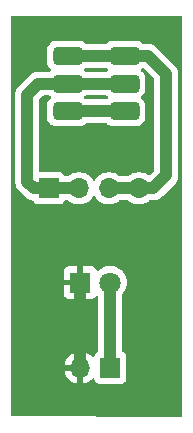
<source format=gbr>
%TF.GenerationSoftware,KiCad,Pcbnew,8.0.0-8.0.0-1~ubuntu22.04.1*%
%TF.CreationDate,2024-03-06T19:01:28-05:00*%
%TF.ProjectId,BantamOnOffSwitchGroup,42616e74-616d-44f6-9e4f-666653776974,rev?*%
%TF.SameCoordinates,Original*%
%TF.FileFunction,Copper,L2,Bot*%
%TF.FilePolarity,Positive*%
%FSLAX46Y46*%
G04 Gerber Fmt 4.6, Leading zero omitted, Abs format (unit mm)*
G04 Created by KiCad (PCBNEW 8.0.0-8.0.0-1~ubuntu22.04.1) date 2024-03-06 19:01:28*
%MOMM*%
%LPD*%
G01*
G04 APERTURE LIST*
G04 Aperture macros list*
%AMRoundRect*
0 Rectangle with rounded corners*
0 $1 Rounding radius*
0 $2 $3 $4 $5 $6 $7 $8 $9 X,Y pos of 4 corners*
0 Add a 4 corners polygon primitive as box body*
4,1,4,$2,$3,$4,$5,$6,$7,$8,$9,$2,$3,0*
0 Add four circle primitives for the rounded corners*
1,1,$1+$1,$2,$3*
1,1,$1+$1,$4,$5*
1,1,$1+$1,$6,$7*
1,1,$1+$1,$8,$9*
0 Add four rect primitives between the rounded corners*
20,1,$1+$1,$2,$3,$4,$5,0*
20,1,$1+$1,$4,$5,$6,$7,0*
20,1,$1+$1,$6,$7,$8,$9,0*
20,1,$1+$1,$8,$9,$2,$3,0*%
G04 Aperture macros list end*
%TA.AperFunction,ComponentPad*%
%ADD10R,1.700000X1.700000*%
%TD*%
%TA.AperFunction,ComponentPad*%
%ADD11O,1.700000X1.700000*%
%TD*%
%TA.AperFunction,ComponentPad*%
%ADD12R,1.800000X1.800000*%
%TD*%
%TA.AperFunction,ComponentPad*%
%ADD13C,1.800000*%
%TD*%
%TA.AperFunction,ComponentPad*%
%ADD14RoundRect,0.381000X-0.881000X-0.381000X0.881000X-0.381000X0.881000X0.381000X-0.881000X0.381000X0*%
%TD*%
%TA.AperFunction,Conductor*%
%ADD15C,1.000000*%
%TD*%
G04 APERTURE END LIST*
D10*
%TO.P,J2,1,Pin_1*%
%TO.N,Net-(J2-Pad1)*%
X143200000Y-98400000D03*
D11*
%TO.P,J2,2,Pin_2*%
X145740000Y-98400000D03*
%TO.P,J2,3,Pin_3*%
%TO.N,Net-(J2-Pad3)*%
X148280000Y-98400000D03*
%TO.P,J2,4,Pin_4*%
X150820000Y-98400000D03*
%TD*%
D12*
%TO.P,D1,1,K*%
%TO.N,Net-(D1-Pad1)*%
X145860000Y-106384500D03*
D13*
%TO.P,D1,2,A*%
%TO.N,Net-(D1-Pad2)*%
X148400000Y-106384500D03*
%TD*%
D10*
%TO.P,J1,1,Pin_1*%
%TO.N,Net-(D1-Pad2)*%
X148400000Y-113600000D03*
D11*
%TO.P,J1,2,Pin_2*%
%TO.N,Net-(D1-Pad1)*%
X145860000Y-113600000D03*
%TD*%
D14*
%TO.P,SW1,1,A*%
%TO.N,Net-(J2-Pad3)*%
X144780000Y-87185500D03*
%TO.P,SW1,2,B*%
%TO.N,Net-(J2-Pad1)*%
X144780000Y-89535000D03*
%TO.P,SW1,3,C*%
%TO.N,Net-(SW1-Pad3)*%
X144780000Y-91884500D03*
%TO.P,SW1,4,A*%
%TO.N,Net-(J2-Pad3)*%
X149606000Y-87185500D03*
%TO.P,SW1,5,B*%
%TO.N,Net-(J2-Pad1)*%
X149606000Y-89535000D03*
%TO.P,SW1,6,C*%
%TO.N,Net-(SW1-Pad3)*%
X149606000Y-91884500D03*
%TD*%
D15*
%TO.N,Net-(D1-Pad1)*%
X145860000Y-106384500D02*
X145860000Y-113600000D01*
%TO.N,Net-(D1-Pad2)*%
X148400000Y-106384500D02*
X148400000Y-113600000D01*
%TO.N,Net-(J2-Pad1)*%
X143200000Y-98400000D02*
X145740000Y-98400000D01*
X144780000Y-89535000D02*
X142315000Y-89535000D01*
X141350000Y-97850000D02*
X141900000Y-98400000D01*
X142315000Y-89535000D02*
X141350000Y-90500000D01*
X149606000Y-89535000D02*
X144780000Y-89535000D01*
X141350000Y-90500000D02*
X141350000Y-97850000D01*
X141900000Y-98400000D02*
X143200000Y-98400000D01*
%TO.N,Net-(J2-Pad3)*%
X151585500Y-87185500D02*
X153150000Y-88750000D01*
X153150000Y-88750000D02*
X153150000Y-97300000D01*
X153150000Y-97300000D02*
X152050000Y-98400000D01*
X152050000Y-98400000D02*
X150820000Y-98400000D01*
X144780000Y-87185500D02*
X149606000Y-87185500D01*
X148280000Y-98400000D02*
X150820000Y-98400000D01*
X149606000Y-87185500D02*
X151585500Y-87185500D01*
%TO.N,Net-(SW1-Pad3)*%
X144780000Y-91884500D02*
X149606000Y-91884500D01*
%TD*%
%TA.AperFunction,Conductor*%
%TO.N,Net-(D1-Pad1)*%
G36*
X154443039Y-83819685D02*
G01*
X154488794Y-83872489D01*
X154500000Y-83924000D01*
X154500000Y-117625401D01*
X154480315Y-117692440D01*
X154427511Y-117738195D01*
X154375574Y-117749400D01*
X140123392Y-117700424D01*
X140056420Y-117680509D01*
X140010847Y-117627549D01*
X139999818Y-117576608D01*
X139995877Y-114900888D01*
X139984731Y-107332344D01*
X144460000Y-107332344D01*
X144466401Y-107391872D01*
X144466403Y-107391879D01*
X144516645Y-107526586D01*
X144516649Y-107526593D01*
X144602809Y-107641687D01*
X144602812Y-107641690D01*
X144717906Y-107727850D01*
X144717913Y-107727854D01*
X144852620Y-107778096D01*
X144852627Y-107778098D01*
X144912155Y-107784499D01*
X144912172Y-107784500D01*
X145610000Y-107784500D01*
X145610000Y-106759777D01*
X145686306Y-106803833D01*
X145800756Y-106834500D01*
X145919244Y-106834500D01*
X146033694Y-106803833D01*
X146110000Y-106759777D01*
X146110000Y-107784500D01*
X146807828Y-107784500D01*
X146807844Y-107784499D01*
X146867372Y-107778098D01*
X146867379Y-107778096D01*
X147002086Y-107727854D01*
X147002093Y-107727850D01*
X147117186Y-107641690D01*
X147168233Y-107573502D01*
X147224167Y-107531631D01*
X147293859Y-107526647D01*
X147355182Y-107560132D01*
X147388666Y-107621456D01*
X147391500Y-107647813D01*
X147391500Y-112180304D01*
X147371815Y-112247343D01*
X147319011Y-112293098D01*
X147310842Y-112296482D01*
X147308041Y-112297527D01*
X147303795Y-112299111D01*
X147186739Y-112386739D01*
X147099111Y-112503795D01*
X147050777Y-112633381D01*
X147008905Y-112689314D01*
X146943441Y-112713730D01*
X146875168Y-112698878D01*
X146846915Y-112677727D01*
X146731082Y-112561894D01*
X146537578Y-112426399D01*
X146323492Y-112326570D01*
X146323486Y-112326567D01*
X146110000Y-112269364D01*
X146110000Y-113166988D01*
X146052993Y-113134075D01*
X145925826Y-113100000D01*
X145794174Y-113100000D01*
X145667007Y-113134075D01*
X145610000Y-113166988D01*
X145610000Y-112269364D01*
X145609999Y-112269364D01*
X145396513Y-112326567D01*
X145396507Y-112326570D01*
X145182422Y-112426399D01*
X145182420Y-112426400D01*
X144988926Y-112561886D01*
X144988920Y-112561891D01*
X144821891Y-112728920D01*
X144821886Y-112728926D01*
X144686400Y-112922420D01*
X144686399Y-112922422D01*
X144586570Y-113136507D01*
X144586567Y-113136513D01*
X144529364Y-113349999D01*
X144529364Y-113350000D01*
X145426988Y-113350000D01*
X145394075Y-113407007D01*
X145360000Y-113534174D01*
X145360000Y-113665826D01*
X145394075Y-113792993D01*
X145426988Y-113850000D01*
X144529364Y-113850000D01*
X144586567Y-114063486D01*
X144586570Y-114063492D01*
X144686399Y-114277578D01*
X144821894Y-114471082D01*
X144988917Y-114638105D01*
X145182421Y-114773600D01*
X145396507Y-114873429D01*
X145396516Y-114873433D01*
X145610000Y-114930634D01*
X145610000Y-114033012D01*
X145667007Y-114065925D01*
X145794174Y-114100000D01*
X145925826Y-114100000D01*
X146052993Y-114065925D01*
X146110000Y-114033012D01*
X146110000Y-114930633D01*
X146323483Y-114873433D01*
X146323492Y-114873429D01*
X146537578Y-114773600D01*
X146731078Y-114638108D01*
X146846914Y-114522272D01*
X146908237Y-114488787D01*
X146977929Y-114493771D01*
X147033863Y-114535642D01*
X147050777Y-114566619D01*
X147099110Y-114696203D01*
X147099111Y-114696204D01*
X147186739Y-114813261D01*
X147303796Y-114900889D01*
X147440799Y-114951989D01*
X147468050Y-114954918D01*
X147501345Y-114958499D01*
X147501362Y-114958500D01*
X149298638Y-114958500D01*
X149298654Y-114958499D01*
X149325692Y-114955591D01*
X149359201Y-114951989D01*
X149496204Y-114900889D01*
X149613261Y-114813261D01*
X149700889Y-114696204D01*
X149751989Y-114559201D01*
X149755959Y-114522272D01*
X149758499Y-114498654D01*
X149758500Y-114498637D01*
X149758500Y-112701362D01*
X149758499Y-112701345D01*
X149755157Y-112670270D01*
X149751989Y-112640799D01*
X149749222Y-112633381D01*
X149722559Y-112561894D01*
X149700889Y-112503796D01*
X149613261Y-112386739D01*
X149496204Y-112299111D01*
X149496205Y-112299111D01*
X149491958Y-112297527D01*
X149489162Y-112296484D01*
X149433231Y-112254612D01*
X149408816Y-112189147D01*
X149408500Y-112180304D01*
X149408500Y-107416997D01*
X149428185Y-107349958D01*
X149441263Y-107333022D01*
X149515314Y-107252583D01*
X149642984Y-107057169D01*
X149736749Y-106843407D01*
X149794051Y-106617126D01*
X149813327Y-106384500D01*
X149794051Y-106151874D01*
X149736749Y-105925593D01*
X149642984Y-105711831D01*
X149515314Y-105516417D01*
X149515313Y-105516415D01*
X149357223Y-105344685D01*
X149357222Y-105344684D01*
X149357220Y-105344682D01*
X149173017Y-105201310D01*
X149173015Y-105201309D01*
X149173014Y-105201308D01*
X149173011Y-105201306D01*
X148967733Y-105090216D01*
X148967730Y-105090215D01*
X148967727Y-105090213D01*
X148967721Y-105090211D01*
X148967719Y-105090210D01*
X148746954Y-105014420D01*
X148567650Y-104984500D01*
X148516712Y-104976000D01*
X148283288Y-104976000D01*
X148237240Y-104983684D01*
X148053045Y-105014420D01*
X147832280Y-105090210D01*
X147832266Y-105090216D01*
X147626988Y-105201306D01*
X147626985Y-105201308D01*
X147442781Y-105344681D01*
X147442776Y-105344685D01*
X147436346Y-105351670D01*
X147376457Y-105387657D01*
X147306619Y-105385552D01*
X147249005Y-105346024D01*
X147228940Y-105311013D01*
X147203355Y-105242415D01*
X147203350Y-105242406D01*
X147117190Y-105127312D01*
X147117187Y-105127309D01*
X147002093Y-105041149D01*
X147002086Y-105041145D01*
X146867379Y-104990903D01*
X146867372Y-104990901D01*
X146807844Y-104984500D01*
X146110000Y-104984500D01*
X146110000Y-106009222D01*
X146033694Y-105965167D01*
X145919244Y-105934500D01*
X145800756Y-105934500D01*
X145686306Y-105965167D01*
X145610000Y-106009222D01*
X145610000Y-104984500D01*
X144912155Y-104984500D01*
X144852627Y-104990901D01*
X144852620Y-104990903D01*
X144717913Y-105041145D01*
X144717906Y-105041149D01*
X144602812Y-105127309D01*
X144602809Y-105127312D01*
X144516649Y-105242406D01*
X144516645Y-105242413D01*
X144466403Y-105377120D01*
X144466401Y-105377127D01*
X144460000Y-105436655D01*
X144460000Y-106134500D01*
X145484722Y-106134500D01*
X145440667Y-106210806D01*
X145410000Y-106325256D01*
X145410000Y-106443744D01*
X145440667Y-106558194D01*
X145484722Y-106634500D01*
X144460000Y-106634500D01*
X144460000Y-107332344D01*
X139984731Y-107332344D01*
X139970912Y-97949333D01*
X140341500Y-97949333D01*
X140380254Y-98144161D01*
X140380257Y-98144173D01*
X140400781Y-98193721D01*
X140456277Y-98327700D01*
X140456282Y-98327710D01*
X140566646Y-98492880D01*
X140566649Y-98492884D01*
X141116647Y-99042881D01*
X141257119Y-99183353D01*
X141257120Y-99183354D01*
X141422289Y-99293717D01*
X141422295Y-99293720D01*
X141422296Y-99293721D01*
X141605831Y-99369744D01*
X141726731Y-99393792D01*
X141803842Y-99409131D01*
X141865753Y-99441516D01*
X141895832Y-99487412D01*
X141899111Y-99496205D01*
X141932784Y-99541186D01*
X141986739Y-99613261D01*
X142103796Y-99700889D01*
X142240799Y-99751989D01*
X142268050Y-99754918D01*
X142301345Y-99758499D01*
X142301362Y-99758500D01*
X144098638Y-99758500D01*
X144098654Y-99758499D01*
X144125692Y-99755591D01*
X144159201Y-99751989D01*
X144296204Y-99700889D01*
X144413261Y-99613261D01*
X144500889Y-99496204D01*
X144503514Y-99489165D01*
X144545384Y-99433233D01*
X144610848Y-99408816D01*
X144619695Y-99408500D01*
X144781377Y-99408500D01*
X144848416Y-99428185D01*
X144857539Y-99434647D01*
X144936629Y-99496205D01*
X144994424Y-99541189D01*
X144994426Y-99541190D01*
X144994429Y-99541192D01*
X145109535Y-99603484D01*
X145192426Y-99648342D01*
X145405365Y-99721444D01*
X145627431Y-99758500D01*
X145852569Y-99758500D01*
X146074635Y-99721444D01*
X146287574Y-99648342D01*
X146485576Y-99541189D01*
X146663240Y-99402906D01*
X146815722Y-99237268D01*
X146906193Y-99098790D01*
X146959338Y-99053437D01*
X147028569Y-99044013D01*
X147091905Y-99073515D01*
X147113804Y-99098787D01*
X147204278Y-99237268D01*
X147204283Y-99237273D01*
X147204284Y-99237276D01*
X147356756Y-99402902D01*
X147356761Y-99402907D01*
X147364758Y-99409131D01*
X147534424Y-99541189D01*
X147534425Y-99541189D01*
X147534427Y-99541191D01*
X147661135Y-99609761D01*
X147732426Y-99648342D01*
X147945365Y-99721444D01*
X148167431Y-99758500D01*
X148392569Y-99758500D01*
X148614635Y-99721444D01*
X148827574Y-99648342D01*
X149025576Y-99541189D01*
X149094668Y-99487412D01*
X149162461Y-99434647D01*
X149227455Y-99409004D01*
X149238623Y-99408500D01*
X149861377Y-99408500D01*
X149928416Y-99428185D01*
X149937539Y-99434647D01*
X150016629Y-99496205D01*
X150074424Y-99541189D01*
X150074426Y-99541190D01*
X150074429Y-99541192D01*
X150189535Y-99603484D01*
X150272426Y-99648342D01*
X150485365Y-99721444D01*
X150707431Y-99758500D01*
X150932569Y-99758500D01*
X151154635Y-99721444D01*
X151367574Y-99648342D01*
X151565576Y-99541189D01*
X151634668Y-99487412D01*
X151702461Y-99434647D01*
X151767455Y-99409004D01*
X151778623Y-99408500D01*
X152149330Y-99408500D01*
X152149331Y-99408499D01*
X152344169Y-99369744D01*
X152527704Y-99293721D01*
X152692881Y-99183353D01*
X152833353Y-99042881D01*
X153933353Y-97942881D01*
X154043722Y-97777704D01*
X154119744Y-97594168D01*
X154158500Y-97399329D01*
X154158500Y-97200671D01*
X154158500Y-88650671D01*
X154119744Y-88455831D01*
X154043721Y-88272296D01*
X154043720Y-88272295D01*
X154043717Y-88272289D01*
X153933354Y-88107120D01*
X153879856Y-88053622D01*
X153792881Y-87966647D01*
X153454992Y-87628758D01*
X152228384Y-86402149D01*
X152228380Y-86402146D01*
X152063210Y-86291782D01*
X152063201Y-86291777D01*
X151879669Y-86215756D01*
X151879661Y-86215754D01*
X151684833Y-86177000D01*
X151684829Y-86177000D01*
X151169442Y-86177000D01*
X151102403Y-86157315D01*
X151091406Y-86149366D01*
X150974122Y-86054390D01*
X150807522Y-85969505D01*
X150626912Y-85921111D01*
X150549263Y-85915000D01*
X150549258Y-85915000D01*
X148662742Y-85915000D01*
X148662736Y-85915000D01*
X148585087Y-85921111D01*
X148585086Y-85921111D01*
X148404477Y-85969505D01*
X148237877Y-86054390D01*
X148120594Y-86149366D01*
X148056107Y-86176258D01*
X148042558Y-86177000D01*
X146343442Y-86177000D01*
X146276403Y-86157315D01*
X146265406Y-86149366D01*
X146148122Y-86054390D01*
X145981522Y-85969505D01*
X145800912Y-85921111D01*
X145723263Y-85915000D01*
X145723258Y-85915000D01*
X143836742Y-85915000D01*
X143836736Y-85915000D01*
X143759087Y-85921111D01*
X143759086Y-85921111D01*
X143578477Y-85969505D01*
X143411877Y-86054390D01*
X143266564Y-86172064D01*
X143148890Y-86317377D01*
X143064005Y-86483977D01*
X143015611Y-86664586D01*
X143015611Y-86664587D01*
X143009500Y-86742236D01*
X143009500Y-87628763D01*
X143015611Y-87706412D01*
X143015611Y-87706413D01*
X143064005Y-87887022D01*
X143148890Y-88053622D01*
X143266564Y-88198936D01*
X143346768Y-88263885D01*
X143386479Y-88321372D01*
X143388806Y-88391203D01*
X143353010Y-88451207D01*
X143346768Y-88456615D01*
X143294595Y-88498865D01*
X143230108Y-88525757D01*
X143216558Y-88526500D01*
X142215666Y-88526500D01*
X142020838Y-88565254D01*
X142020830Y-88565256D01*
X141837298Y-88641277D01*
X141837289Y-88641282D01*
X141672119Y-88751646D01*
X141672115Y-88751649D01*
X140707119Y-89716647D01*
X140636882Y-89786884D01*
X140566645Y-89857120D01*
X140456282Y-90022289D01*
X140456277Y-90022298D01*
X140380256Y-90205830D01*
X140380254Y-90205838D01*
X140341500Y-90400666D01*
X140341500Y-97949333D01*
X139970912Y-97949333D01*
X139956836Y-88391203D01*
X139950257Y-83924183D01*
X139969843Y-83857114D01*
X140022579Y-83811282D01*
X140074257Y-83800000D01*
X154376000Y-83800000D01*
X154443039Y-83819685D01*
G37*
%TD.AperFunction*%
%TD*%
%TA.AperFunction,NonConductor*%
G36*
X148109597Y-88213685D02*
G01*
X148120595Y-88221635D01*
X148172768Y-88263885D01*
X148212479Y-88321373D01*
X148214805Y-88391203D01*
X148179009Y-88451207D01*
X148172768Y-88456615D01*
X148120595Y-88498865D01*
X148056108Y-88525757D01*
X148042558Y-88526500D01*
X146343442Y-88526500D01*
X146276403Y-88506815D01*
X146265413Y-88498871D01*
X146213230Y-88456614D01*
X146173520Y-88399130D01*
X146171192Y-88329299D01*
X146206987Y-88269295D01*
X146213211Y-88263900D01*
X146265408Y-88221632D01*
X146329894Y-88194742D01*
X146343442Y-88194000D01*
X148042558Y-88194000D01*
X148109597Y-88213685D01*
G37*
%TD.AperFunction*%
%TA.AperFunction,NonConductor*%
G36*
X148109597Y-90563185D02*
G01*
X148120595Y-90571135D01*
X148172768Y-90613385D01*
X148212479Y-90670873D01*
X148214805Y-90740703D01*
X148179009Y-90800707D01*
X148172768Y-90806115D01*
X148120595Y-90848365D01*
X148056108Y-90875257D01*
X148042558Y-90876000D01*
X146343442Y-90876000D01*
X146276403Y-90856315D01*
X146265413Y-90848371D01*
X146213230Y-90806114D01*
X146173520Y-90748630D01*
X146171192Y-90678799D01*
X146206987Y-90618795D01*
X146213211Y-90613400D01*
X146265408Y-90571132D01*
X146329894Y-90544242D01*
X146343442Y-90543500D01*
X148042558Y-90543500D01*
X148109597Y-90563185D01*
G37*
%TD.AperFunction*%
%TA.AperFunction,NonConductor*%
G36*
X151195373Y-88230714D02*
G01*
X151227816Y-88254050D01*
X152105181Y-89131415D01*
X152138666Y-89192738D01*
X152141500Y-89219096D01*
X152141500Y-96830903D01*
X152121815Y-96897942D01*
X152105181Y-96918584D01*
X151755121Y-97268643D01*
X151693798Y-97302128D01*
X151624106Y-97297144D01*
X151591279Y-97278816D01*
X151577189Y-97267849D01*
X151565576Y-97258811D01*
X151565573Y-97258809D01*
X151565570Y-97258807D01*
X151367580Y-97151661D01*
X151367577Y-97151659D01*
X151367574Y-97151658D01*
X151367571Y-97151657D01*
X151367569Y-97151656D01*
X151154637Y-97078556D01*
X150932569Y-97041500D01*
X150707431Y-97041500D01*
X150485362Y-97078556D01*
X150272430Y-97151656D01*
X150272419Y-97151661D01*
X150074429Y-97258807D01*
X150074420Y-97258813D01*
X149937539Y-97365353D01*
X149872545Y-97390996D01*
X149861377Y-97391500D01*
X149238623Y-97391500D01*
X149171584Y-97371815D01*
X149162461Y-97365353D01*
X149025579Y-97258813D01*
X149025570Y-97258807D01*
X148827580Y-97151661D01*
X148827577Y-97151659D01*
X148827574Y-97151658D01*
X148827571Y-97151657D01*
X148827569Y-97151656D01*
X148614637Y-97078556D01*
X148392569Y-97041500D01*
X148167431Y-97041500D01*
X147945362Y-97078556D01*
X147732430Y-97151656D01*
X147732419Y-97151661D01*
X147534427Y-97258808D01*
X147534422Y-97258812D01*
X147356761Y-97397092D01*
X147356756Y-97397097D01*
X147204284Y-97562723D01*
X147204276Y-97562734D01*
X147113808Y-97701206D01*
X147060662Y-97746562D01*
X146991431Y-97755986D01*
X146928095Y-97726484D01*
X146906192Y-97701206D01*
X146815723Y-97562734D01*
X146815715Y-97562723D01*
X146663243Y-97397097D01*
X146663238Y-97397092D01*
X146498208Y-97268643D01*
X146485576Y-97258811D01*
X146485575Y-97258810D01*
X146485572Y-97258808D01*
X146287580Y-97151661D01*
X146287577Y-97151659D01*
X146287574Y-97151658D01*
X146287571Y-97151657D01*
X146287569Y-97151656D01*
X146074637Y-97078556D01*
X145852569Y-97041500D01*
X145627431Y-97041500D01*
X145405362Y-97078556D01*
X145192430Y-97151656D01*
X145192419Y-97151661D01*
X144994429Y-97258807D01*
X144994420Y-97258813D01*
X144857539Y-97365353D01*
X144792545Y-97390996D01*
X144781377Y-97391500D01*
X144619695Y-97391500D01*
X144552656Y-97371815D01*
X144506901Y-97319011D01*
X144503519Y-97310849D01*
X144500889Y-97303796D01*
X144413261Y-97186739D01*
X144296204Y-97099111D01*
X144159203Y-97048011D01*
X144098654Y-97041500D01*
X144098638Y-97041500D01*
X142482500Y-97041500D01*
X142415461Y-97021815D01*
X142369706Y-96969011D01*
X142358500Y-96917500D01*
X142358500Y-90969096D01*
X142378185Y-90902057D01*
X142394819Y-90881415D01*
X142696415Y-90579819D01*
X142757738Y-90546334D01*
X142784096Y-90543500D01*
X143216558Y-90543500D01*
X143283597Y-90563185D01*
X143294595Y-90571135D01*
X143346768Y-90613385D01*
X143386479Y-90670873D01*
X143388805Y-90740703D01*
X143353009Y-90800707D01*
X143346768Y-90806115D01*
X143266564Y-90871063D01*
X143148890Y-91016377D01*
X143064005Y-91182977D01*
X143015611Y-91363586D01*
X143015611Y-91363587D01*
X143009500Y-91441236D01*
X143009500Y-92327763D01*
X143015611Y-92405412D01*
X143015611Y-92405413D01*
X143064005Y-92586022D01*
X143148890Y-92752622D01*
X143197533Y-92812691D01*
X143266564Y-92897936D01*
X143294594Y-92920634D01*
X143411877Y-93015609D01*
X143521524Y-93071475D01*
X143578476Y-93100494D01*
X143759085Y-93148888D01*
X143836742Y-93155000D01*
X143836748Y-93155000D01*
X145723252Y-93155000D01*
X145723258Y-93155000D01*
X145800915Y-93148888D01*
X145981524Y-93100494D01*
X146095427Y-93042457D01*
X146148122Y-93015609D01*
X146148123Y-93015607D01*
X146148125Y-93015607D01*
X146265406Y-92920633D01*
X146329893Y-92893742D01*
X146343442Y-92893000D01*
X148042558Y-92893000D01*
X148109597Y-92912685D01*
X148120594Y-92920634D01*
X148237877Y-93015609D01*
X148347524Y-93071475D01*
X148404476Y-93100494D01*
X148585085Y-93148888D01*
X148662742Y-93155000D01*
X148662748Y-93155000D01*
X150549252Y-93155000D01*
X150549258Y-93155000D01*
X150626915Y-93148888D01*
X150807524Y-93100494D01*
X150921427Y-93042457D01*
X150974122Y-93015609D01*
X150974123Y-93015607D01*
X150974125Y-93015607D01*
X151119436Y-92897936D01*
X151237107Y-92752625D01*
X151321994Y-92586024D01*
X151370388Y-92405415D01*
X151376500Y-92327758D01*
X151376500Y-91441242D01*
X151370388Y-91363585D01*
X151321994Y-91182976D01*
X151292975Y-91126024D01*
X151237109Y-91016377D01*
X151198821Y-90969096D01*
X151119436Y-90871064D01*
X151039229Y-90806113D01*
X150999520Y-90748629D01*
X150997192Y-90678798D01*
X151032987Y-90618794D01*
X151039213Y-90613399D01*
X151119436Y-90548436D01*
X151237107Y-90403125D01*
X151238358Y-90400671D01*
X151263957Y-90350427D01*
X151321994Y-90236524D01*
X151370388Y-90055915D01*
X151376500Y-89978258D01*
X151376500Y-89091742D01*
X151370388Y-89014085D01*
X151321994Y-88833476D01*
X151292975Y-88776524D01*
X151237109Y-88666877D01*
X151154817Y-88565256D01*
X151119436Y-88521564D01*
X151039229Y-88456613D01*
X150999520Y-88399129D01*
X150997192Y-88329298D01*
X151032987Y-88269294D01*
X151039218Y-88263895D01*
X151062100Y-88245365D01*
X151126584Y-88218474D01*
X151195373Y-88230714D01*
G37*
%TD.AperFunction*%
M02*

</source>
